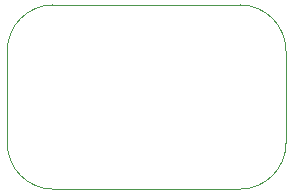
<source format=gko>
%TF.GenerationSoftware,KiCad,Pcbnew,4.0.5-e0-6337~49~ubuntu16.04.1*%
%TF.CreationDate,2017-01-29T12:57:44-08:00*%
%TF.ProjectId,2x3-USB-Power-Connector,3278332D5553422D506F7765722D436F,1.0*%
%TF.FileFunction,Profile,NP*%
%FSLAX46Y46*%
G04 Gerber Fmt 4.6, Leading zero omitted, Abs format (unit mm)*
G04 Created by KiCad (PCBNEW 4.0.5-e0-6337~49~ubuntu16.04.1) date Sun Jan 29 12:57:44 2017*
%MOMM*%
%LPD*%
G01*
G04 APERTURE LIST*
%ADD10C,0.350000*%
%ADD11C,0.040640*%
G04 APERTURE END LIST*
D10*
D11*
X139395800Y-89200560D02*
X123495800Y-89200560D01*
X139395800Y-104800560D02*
X123495800Y-104800560D01*
X143295800Y-100900560D02*
X143295800Y-93100560D01*
X119695800Y-100900560D02*
X119695800Y-93100560D01*
X143295800Y-93100560D02*
G75*
G03X139395800Y-89200560I-3900000J0D01*
G01*
X139395800Y-104800560D02*
G75*
G03X143295800Y-100900560I0J3900000D01*
G01*
X119695800Y-100900560D02*
G75*
G03X123595800Y-104800560I3900000J0D01*
G01*
X123595800Y-89200560D02*
G75*
G03X119695800Y-93100560I0J-3900000D01*
G01*
M02*

</source>
